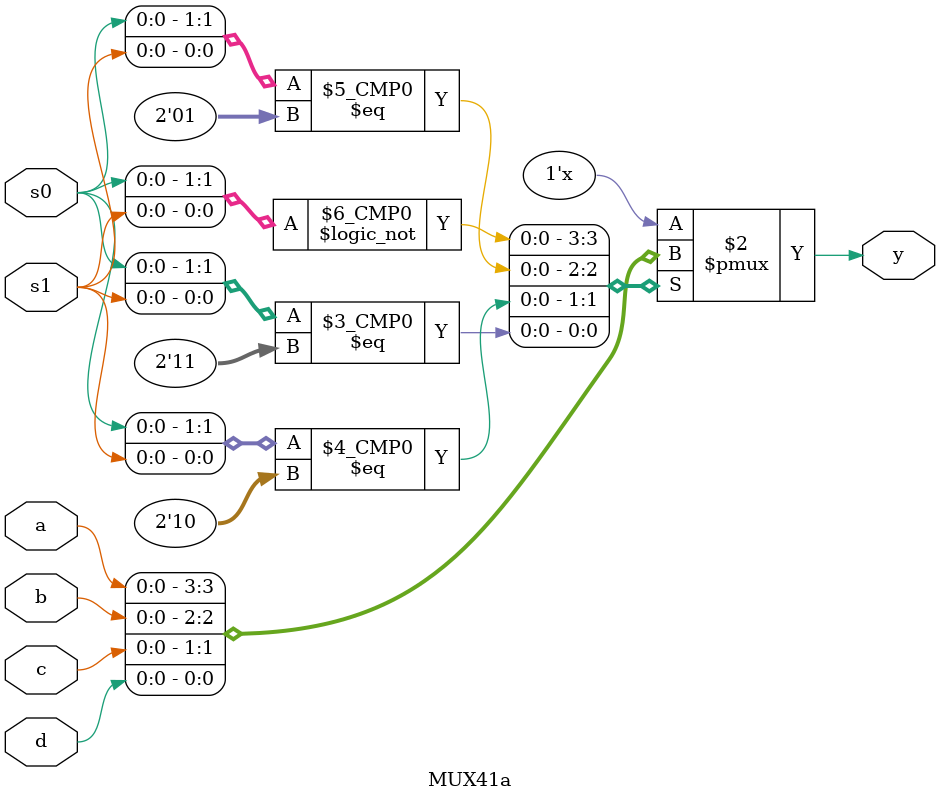
<source format=v>
`timescale 1ns / 1ps
module MUX41a(a,b,c,d,s0,s1,y);
	input a,b,c,d;
	input s0,s1;
	output y;
	
	reg y;
	
	always @(a or b or c or d or s0 or s1)
		begin	:	MUX41
			case({s0,s1})
				2'b00: y<=a;
				2'b01: y<=b;
				2'b10: y<=c;
				2'b11: y<=d;
				default:	y<=a;
			endcase
		end
endmodule

</source>
